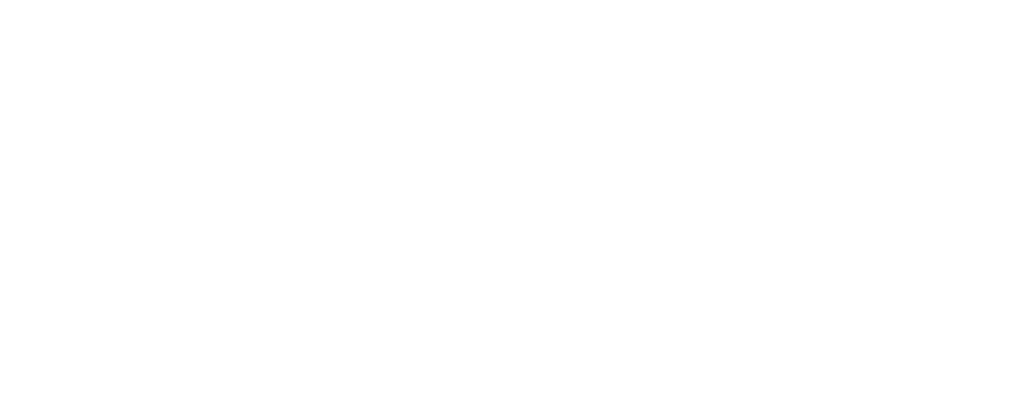
<source format=gbr>
G04 EAGLE Gerber RS-274X export*
G75*
%MOMM*%
%FSLAX34Y34*%
%LPD*%
%INCopper Layer 13*%
%IPPOS*%
%AMOC8*
5,1,8,0,0,1.08239X$1,22.5*%
G01*
%ADD10C,0.000241*%


D10*
X203200Y522800D03*
X203200Y467800D03*
X203000Y495300D03*
X203200Y446600D03*
X203200Y391600D03*
X203000Y419100D03*
X203200Y370400D03*
X203200Y315400D03*
X203000Y342900D03*
X203200Y254000D03*
X317500Y522800D03*
X317500Y467800D03*
X317300Y495300D03*
X317500Y446600D03*
X317500Y391600D03*
X317300Y419100D03*
X317500Y370400D03*
X317500Y315400D03*
X317300Y342900D03*
X317500Y254000D03*
X431800Y522800D03*
X431800Y467800D03*
X431600Y495300D03*
X431800Y446600D03*
X431800Y391600D03*
X431600Y419100D03*
X431800Y370400D03*
X431800Y315400D03*
X431600Y342900D03*
X431800Y254000D03*
X546100Y522800D03*
X546100Y467800D03*
X545900Y495300D03*
X546100Y446600D03*
X546100Y391600D03*
X545900Y419100D03*
X546100Y370400D03*
X546100Y315400D03*
X545900Y342900D03*
X546100Y254000D03*
X660400Y522800D03*
X660400Y467800D03*
X660200Y495300D03*
X660400Y446600D03*
X660400Y391600D03*
X660200Y419100D03*
X660400Y370400D03*
X660400Y315400D03*
X660200Y342900D03*
X660400Y254000D03*
X774700Y522800D03*
X774700Y467800D03*
X774500Y495300D03*
X774700Y446600D03*
X774700Y391600D03*
X774500Y419100D03*
X774700Y370400D03*
X774700Y315400D03*
X774500Y342900D03*
X774700Y254000D03*
X889000Y522800D03*
X889000Y467800D03*
X888800Y495300D03*
X889000Y446600D03*
X889000Y391600D03*
X888800Y419100D03*
X889000Y370400D03*
X889000Y315400D03*
X888800Y342900D03*
X889000Y254000D03*
X1003300Y522800D03*
X1003300Y467800D03*
X1003100Y495300D03*
X1003300Y446600D03*
X1003300Y391600D03*
X1003100Y419100D03*
X1003300Y370400D03*
X1003300Y315400D03*
X1003100Y342900D03*
X1003300Y254000D03*
X603377Y609600D03*
X101600Y533400D03*
X101600Y419100D03*
X101600Y304800D03*
M02*

</source>
